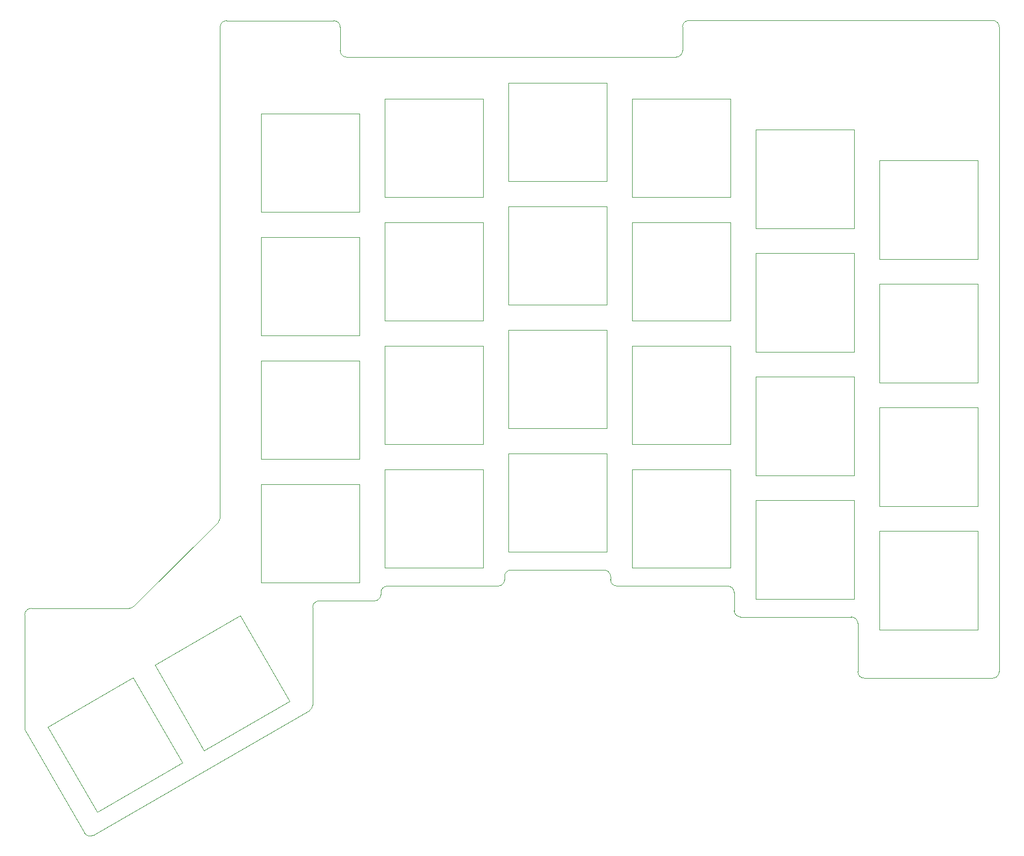
<source format=gko>
%TF.GenerationSoftware,KiCad,Pcbnew,8.0.1*%
%TF.CreationDate,2024-03-27T10:54:38-04:00*%
%TF.ProjectId,top_plate,746f705f-706c-4617-9465-2e6b69636164,rev?*%
%TF.SameCoordinates,Original*%
%TF.FileFunction,Profile,NP*%
%FSLAX46Y46*%
G04 Gerber Fmt 4.6, Leading zero omitted, Abs format (unit mm)*
G04 Created by KiCad (PCBNEW 8.0.1) date 2024-03-27 10:54:38*
%MOMM*%
%LPD*%
G01*
G04 APERTURE LIST*
%TA.AperFunction,Profile*%
%ADD10C,0.100000*%
%TD*%
G04 APERTURE END LIST*
D10*
X79041368Y-155003695D02*
G75*
G02*
X77675186Y-154637762I-500168J865895D01*
G01*
X197806337Y-130781017D02*
X217585999Y-130781017D01*
X142962737Y-73200600D02*
X142962737Y-58000600D01*
X177212737Y-41427100D02*
X177212737Y-56627100D01*
X200112737Y-66152100D02*
X200112737Y-50952100D01*
X142393513Y-115571700D02*
X142393513Y-115095500D01*
X104862737Y-97013100D02*
X104862737Y-81813100D01*
X104862737Y-77963100D02*
X104862737Y-62763100D01*
X157711737Y-114095529D02*
G75*
G02*
X158711671Y-115095529I-37J-999971D01*
G01*
X113824837Y-118857389D02*
X113824837Y-118857361D01*
X177212737Y-113777100D02*
X162012737Y-113777100D01*
X215312737Y-123302100D02*
X200112737Y-123302100D01*
X101677501Y-121154823D02*
X109277501Y-134318409D01*
X116070337Y-29378400D02*
G75*
G02*
X117070300Y-30378400I-37J-1000000D01*
G01*
X68478400Y-121005600D02*
X68478400Y-138446156D01*
X200112737Y-70002100D02*
X215312737Y-70002100D01*
X162012737Y-94727100D02*
X162012737Y-79527100D01*
X139112737Y-98577100D02*
X139112737Y-113777100D01*
X123912737Y-75677100D02*
X123912737Y-60477100D01*
X123912737Y-79527100D02*
X139112737Y-79527100D01*
X124346169Y-116571732D02*
X124346169Y-116571684D01*
X88513915Y-128754823D02*
X101677501Y-121154823D01*
X92792901Y-143843409D02*
X79629315Y-151443409D01*
X159711737Y-116571684D02*
X176759037Y-116571684D01*
X196262737Y-61389600D02*
X181062737Y-61389600D01*
X158711714Y-115095529D02*
X158711714Y-115571684D01*
X98283237Y-106687100D02*
X85257637Y-119712700D01*
X215312737Y-85202100D02*
X200112737Y-85202100D01*
X79629315Y-151443409D02*
X72029315Y-138279823D01*
X85257637Y-119712700D02*
G75*
G02*
X84550523Y-120005616I-707137J707100D01*
G01*
X200112737Y-104252100D02*
X200112737Y-89052100D01*
X72029315Y-138279823D02*
X85192901Y-130679823D01*
X141393513Y-116571684D02*
X141393513Y-116571676D01*
X104862737Y-116063100D02*
X104862737Y-100863100D01*
X181062737Y-46189600D02*
X196262737Y-46189600D01*
X117070337Y-34017200D02*
X117070337Y-30378400D01*
X196806320Y-122333517D02*
X196806371Y-122333517D01*
X158162737Y-92250600D02*
X142962737Y-92250600D01*
X142962737Y-77050600D02*
X158162737Y-77050600D01*
X196262737Y-65239600D02*
X196262737Y-80439600D01*
X177212737Y-60477100D02*
X177212737Y-75677100D01*
X218582859Y-129781000D02*
X218582859Y-30355039D01*
X217582837Y-29355039D02*
G75*
G02*
X218582761Y-30355039I-37J-999961D01*
G01*
X181062737Y-118539600D02*
X181062737Y-103339600D01*
X181062737Y-80439600D02*
X181062737Y-65239600D01*
X158162737Y-111300600D02*
X142962737Y-111300600D01*
X200112737Y-123302100D02*
X200112737Y-108102100D01*
X139112737Y-94727100D02*
X123912737Y-94727100D01*
X98579137Y-30378400D02*
G75*
G02*
X99579137Y-29378437I999963J0D01*
G01*
X142962737Y-54150600D02*
X142962737Y-38950600D01*
X158162737Y-73200600D02*
X142962737Y-73200600D01*
X120062737Y-77963100D02*
X104862737Y-77963100D01*
X120062737Y-81813100D02*
X120062737Y-97013100D01*
X162012737Y-41427100D02*
X177212737Y-41427100D01*
X158162737Y-58000600D02*
X158162737Y-73200600D01*
X158162737Y-54150600D02*
X142962737Y-54150600D01*
X196262737Y-103339600D02*
X196262737Y-118539600D01*
X123346169Y-117857400D02*
G75*
G02*
X122357969Y-118857399I-1000069J0D01*
G01*
X123346169Y-117857400D02*
X123346169Y-117571700D01*
X169800737Y-30355000D02*
X169800737Y-34017200D01*
X124346169Y-116571684D02*
X141393513Y-116571684D01*
X162012737Y-60477100D02*
X177212737Y-60477100D01*
X113824837Y-118857361D02*
X122357969Y-118857361D01*
X123912737Y-94727100D02*
X123912737Y-79527100D01*
X104862737Y-81813100D02*
X120062737Y-81813100D01*
X177212737Y-75677100D02*
X162012737Y-75677100D01*
X162012737Y-113777100D02*
X162012737Y-98577100D01*
X104862737Y-62763100D02*
X120062737Y-62763100D01*
X123912737Y-41427100D02*
X139112737Y-41427100D01*
X112824826Y-134913600D02*
G75*
G02*
X112329884Y-135776700I-1000026J0D01*
G01*
X177212737Y-56627100D02*
X162012737Y-56627100D01*
X109277501Y-134318409D02*
X96113915Y-141918409D01*
X196806371Y-122333517D02*
X196806371Y-129790899D01*
X162012737Y-75677100D02*
X162012737Y-60477100D01*
X123912737Y-56627100D02*
X123912737Y-41427100D01*
X120062737Y-62763100D02*
X120062737Y-77963100D01*
X139112737Y-56627100D02*
X123912737Y-56627100D01*
X159711737Y-116571684D02*
G75*
G02*
X158711716Y-115571684I-37J999984D01*
G01*
X215312737Y-50952100D02*
X215312737Y-66152100D01*
X169800737Y-30355000D02*
G75*
G02*
X170791906Y-29355076I999963J0D01*
G01*
X200112737Y-85202100D02*
X200112737Y-70002100D01*
X168800737Y-35017200D02*
X118070337Y-35017200D01*
X215312737Y-104252100D02*
X200112737Y-104252100D01*
X162012737Y-98577100D02*
X177212737Y-98577100D01*
X112824826Y-134913600D02*
X112824826Y-119857400D01*
X143403832Y-114095529D02*
X157711737Y-114095529D01*
X181062737Y-103339600D02*
X196262737Y-103339600D01*
X139112737Y-60477100D02*
X139112737Y-75677100D01*
X104862737Y-43713100D02*
X120062737Y-43713100D01*
X176759037Y-116571684D02*
G75*
G02*
X177759005Y-117576390I-37J-1000016D01*
G01*
X104862737Y-100863100D02*
X120062737Y-100863100D01*
X84550523Y-120005590D02*
X84550523Y-120005600D01*
X181062737Y-61389600D02*
X181062737Y-46189600D01*
X162012737Y-56627100D02*
X162012737Y-41427100D01*
X79041368Y-155003696D02*
X112329875Y-135776684D01*
X120062737Y-100863100D02*
X120062737Y-116063100D01*
X120062737Y-43713100D02*
X120062737Y-58913100D01*
X200112737Y-108102100D02*
X215312737Y-108102100D01*
X196262737Y-80439600D02*
X181062737Y-80439600D01*
X142393513Y-115095500D02*
G75*
G02*
X143403832Y-114095566I999987J0D01*
G01*
X77675189Y-154637760D02*
X77675229Y-154637737D01*
X197806337Y-130781017D02*
G75*
G02*
X196806332Y-129790899I-37J1000017D01*
G01*
X215312737Y-89052100D02*
X215312737Y-104252100D01*
X162012737Y-79527100D02*
X177212737Y-79527100D01*
X139112737Y-75677100D02*
X123912737Y-75677100D01*
X158711714Y-115571684D02*
X158711753Y-115571684D01*
X123346169Y-117571700D02*
G75*
G02*
X124346169Y-116571769I999931J0D01*
G01*
X142962737Y-38950600D02*
X158162737Y-38950600D01*
X158162737Y-38950600D02*
X158162737Y-54150600D01*
X139112737Y-41427100D02*
X139112737Y-56627100D01*
X84550523Y-120005600D02*
X69469835Y-120005600D01*
X68612366Y-138940527D02*
X77675189Y-154637760D01*
X104862737Y-58913100D02*
X104862737Y-43713100D01*
X142962737Y-58000600D02*
X158162737Y-58000600D01*
X181062737Y-65239600D02*
X196262737Y-65239600D01*
X158162737Y-77050600D02*
X158162737Y-92250600D01*
X177212737Y-79527100D02*
X177212737Y-94727100D01*
X142393513Y-115571700D02*
G75*
G02*
X141393513Y-116571713I-1000013J0D01*
G01*
X68478400Y-121005600D02*
G75*
G02*
X69469835Y-120005637I1000000J0D01*
G01*
X177759042Y-117576390D02*
X177759042Y-120339824D01*
X218582859Y-129781000D02*
G75*
G02*
X217585999Y-130781054I-1000059J0D01*
G01*
X142962737Y-111300600D02*
X142962737Y-96100600D01*
X196262737Y-84289600D02*
X196262737Y-99489600D01*
X139112737Y-113777100D02*
X123912737Y-113777100D01*
X85192901Y-130679823D02*
X92792901Y-143843409D01*
X218582859Y-30355039D02*
X218582798Y-30355039D01*
X196262737Y-46189600D02*
X196262737Y-61389600D01*
X200112737Y-89052100D02*
X215312737Y-89052100D01*
X177212737Y-94727100D02*
X162012737Y-94727100D01*
X178759037Y-121333517D02*
G75*
G02*
X177759003Y-120339824I-37J1000017D01*
G01*
X195806337Y-121333517D02*
G75*
G02*
X196806283Y-122333517I-37J-999983D01*
G01*
X96113915Y-141918409D02*
X88513915Y-128754823D01*
X217582837Y-29355039D02*
X170791906Y-29355039D01*
X120062737Y-116063100D02*
X104862737Y-116063100D01*
X177212737Y-98577100D02*
X177212737Y-113777100D01*
X215312737Y-70002100D02*
X215312737Y-85202100D01*
X181062737Y-99489600D02*
X181062737Y-84289600D01*
X200112737Y-50952100D02*
X215312737Y-50952100D01*
X120062737Y-58913100D02*
X104862737Y-58913100D01*
X98579137Y-105977000D02*
G75*
G02*
X98283245Y-106687108I-1000037J0D01*
G01*
X142962737Y-92250600D02*
X142962737Y-77050600D01*
X169800737Y-34017200D02*
G75*
G02*
X168800737Y-35017237I-1000037J0D01*
G01*
X123912737Y-113777100D02*
X123912737Y-98577100D01*
X123912737Y-98577100D02*
X139112737Y-98577100D01*
X178759037Y-121333517D02*
X195806337Y-121333517D01*
X215312737Y-66152100D02*
X200112737Y-66152100D01*
X120062737Y-97013100D02*
X104862737Y-97013100D01*
X142962737Y-96100600D02*
X158162737Y-96100600D01*
X158711708Y-115095529D02*
X158711714Y-115095529D01*
X139112737Y-79527100D02*
X139112737Y-94727100D01*
X196262737Y-99489600D02*
X181062737Y-99489600D01*
X116070337Y-29378400D02*
X99579137Y-29378400D01*
X215312737Y-108102100D02*
X215312737Y-123302100D01*
X112824826Y-119857400D02*
G75*
G02*
X113824837Y-118857426I999974J0D01*
G01*
X123912737Y-60477100D02*
X139112737Y-60477100D01*
X196262737Y-118539600D02*
X181062737Y-118539600D01*
X68612367Y-138940527D02*
G75*
G02*
X68478396Y-138446156I866033J500027D01*
G01*
X158162737Y-96100600D02*
X158162737Y-111300600D01*
X118070337Y-35017200D02*
G75*
G02*
X117070300Y-34017200I-37J1000000D01*
G01*
X181062737Y-84289600D02*
X196262737Y-84289600D01*
X98579137Y-30378400D02*
X98579137Y-105977000D01*
M02*

</source>
